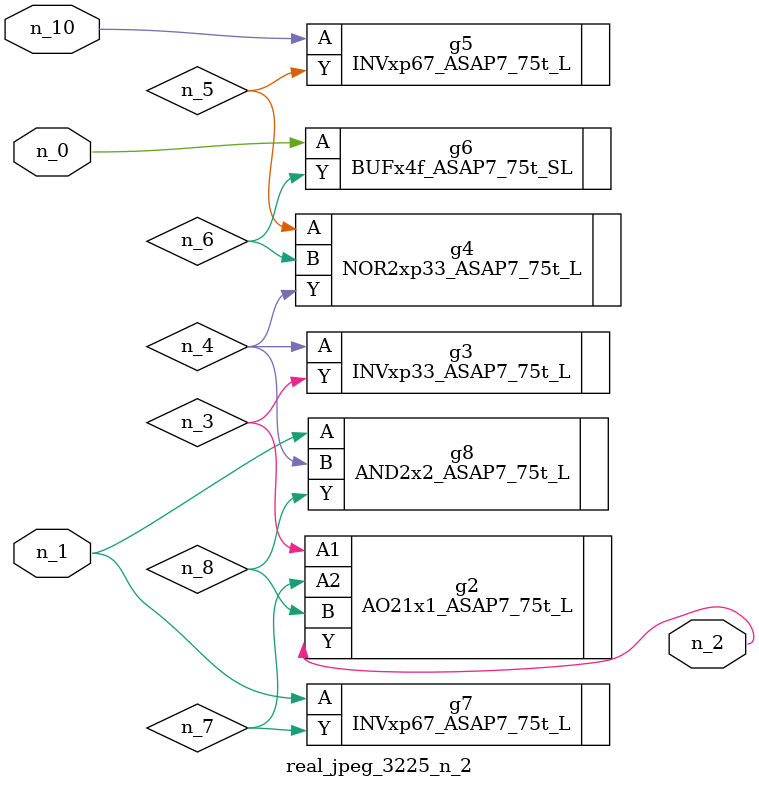
<source format=v>
module real_jpeg_3225_n_2 (n_1, n_10, n_0, n_2);

input n_1;
input n_10;
input n_0;

output n_2;

wire n_5;
wire n_4;
wire n_8;
wire n_6;
wire n_7;
wire n_3;

BUFx4f_ASAP7_75t_SL g6 ( 
.A(n_0),
.Y(n_6)
);

INVxp67_ASAP7_75t_L g7 ( 
.A(n_1),
.Y(n_7)
);

AND2x2_ASAP7_75t_L g8 ( 
.A(n_1),
.B(n_4),
.Y(n_8)
);

AO21x1_ASAP7_75t_L g2 ( 
.A1(n_3),
.A2(n_7),
.B(n_8),
.Y(n_2)
);

INVxp33_ASAP7_75t_L g3 ( 
.A(n_4),
.Y(n_3)
);

NOR2xp33_ASAP7_75t_L g4 ( 
.A(n_5),
.B(n_6),
.Y(n_4)
);

INVxp67_ASAP7_75t_L g5 ( 
.A(n_10),
.Y(n_5)
);


endmodule
</source>
